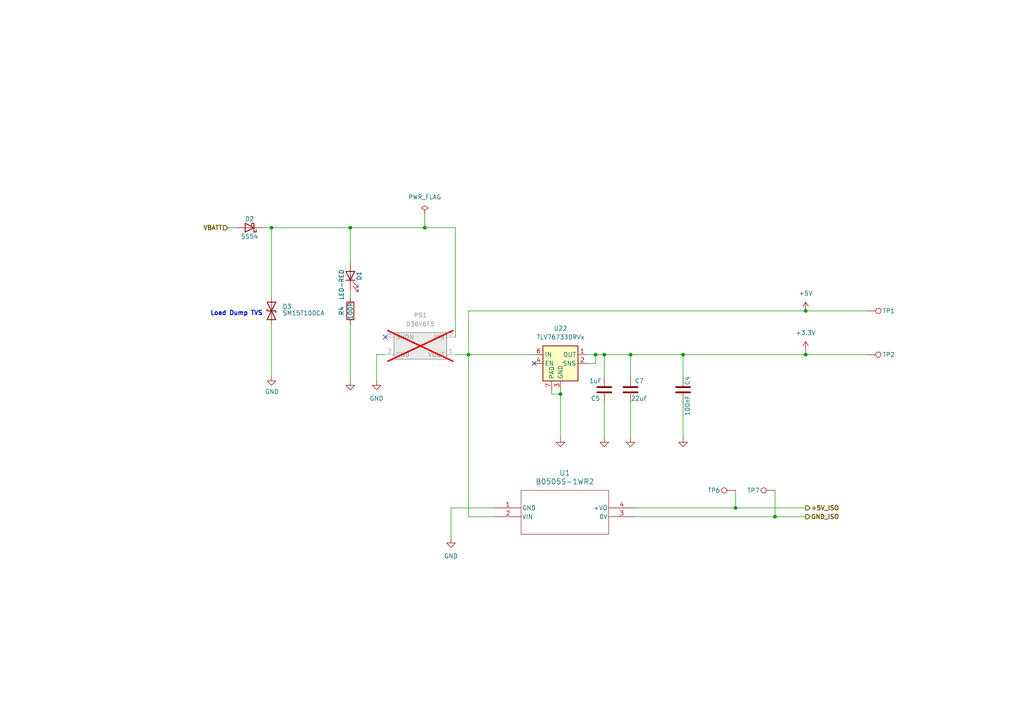
<source format=kicad_sch>
(kicad_sch (version 20231120) (generator "eeschema") (generator_version "8.0")
  (paper "A4")
  (lib_symbols
    (symbol "Connector:TestPoint" (pin_numbers hide) (pin_names (offset 0.762) hide)
      (property "Reference" "TP" (at 0 6.858 0))
      (property "Value" "TestPoint" (at 0 5.08 0))
      (symbol "TestPoint_0_1"
        (circle (center 0 3.302) (radius 0.762))
      )
      (symbol "TestPoint_1_1"
        (pin passive line (at 0 0 90) (length 2.54) (name "1") (number "1"))
      )
    )
    (symbol "Device:C" (pin_numbers hide) (pin_names (offset 0.254))
      (property "Reference" "C" (at 0.635 2.54 0))
      (property "Value" "C" (at 0.635 -2.54 0))
      (symbol "C_0_1"
        (polyline (pts (xy -2.032 -0.762) (xy 2.032 -0.762)) (stroke (width 0.508)))
        (polyline (pts (xy -2.032 0.762) (xy 2.032 0.762)) (stroke (width 0.508)))
      )
      (symbol "C_1_1"
        (pin passive line (at 0 3.81 270) (length 2.794) (name "~") (number "1"))
        (pin passive line (at 0 -3.81 90) (length 2.794) (name "~") (number "2"))
      )
    )
    (symbol "Device:D_TVS" (pin_numbers hide) (pin_names (offset 1.016) hide)
      (property "Reference" "D" (at 0 2.54 0))
      (property "Value" "D_TVS" (at 0 -2.54 0))
      (symbol "D_TVS_0_1"
        (polyline (pts (xy 1.27 0) (xy -1.27 0)))
        (polyline (pts (xy 0.508 1.27) (xy 0 1.27) (xy 0 -1.27) (xy -0.508 -1.27)) (stroke (width 0.254)))
        (polyline (pts (xy -2.54 1.27) (xy -2.54 -1.27) (xy 2.54 1.27) (xy 2.54 -1.27) (xy -2.54 1.27)) (stroke (width 0.254)))
      )
      (symbol "D_TVS_1_1"
        (pin passive line (at -3.81 0 0) (length 2.54) (name "A1") (number "1"))
        (pin passive line (at 3.81 0 180) (length 2.54) (name "A2") (number "2"))
      )
    )
    (symbol "Device:LED" (pin_numbers hide) (pin_names (offset 1.016) hide)
      (property "Reference" "D" (at 0 2.54 0))
      (property "Value" "LED" (at 0 -2.54 0))
      (symbol "LED_0_1"
        (polyline (pts (xy -1.27 -1.27) (xy -1.27 1.27)) (stroke (width 0.254)))
        (polyline (pts (xy -1.27 0) (xy 1.27 0)))
        (polyline (pts (xy 1.27 -1.27) (xy 1.27 1.27) (xy -1.27 0) (xy 1.27 -1.27)) (stroke (width 0.254)))
        (polyline (pts (xy -3.048 -0.762) (xy -4.572 -2.286) (xy -3.81 -2.286) (xy -4.572 -2.286) (xy -4.572 -1.524)))
        (polyline (pts (xy -1.778 -0.762) (xy -3.302 -2.286) (xy -2.54 -2.286) (xy -3.302 -2.286) (xy -3.302 -1.524)))
      )
      (symbol "LED_1_1"
        (pin passive line (at -3.81 0 0) (length 2.54) (name "K") (number "1"))
        (pin passive line (at 3.81 0 180) (length 2.54) (name "A") (number "2"))
      )
    )
    (symbol "Device:R" (pin_numbers hide) (pin_names (offset 0))
      (property "Reference" "R" (at 2.032 0 90))
      (property "Value" "R" (at 0 0 90))
      (symbol "R_0_1"
        (rectangle (start -1.016 -2.54) (end 1.016 2.54) (stroke (width 0.254)))
      )
      (symbol "R_1_1"
        (pin passive line (at 0 3.81 270) (length 1.27) (name "~") (number "1"))
        (pin passive line (at 0 -3.81 90) (length 1.27) (name "~") (number "2"))
      )
    )
    (symbol "Diode:B340" (pin_numbers hide) (pin_names (offset 1.016) hide)
      (property "Reference" "D" (at 0 2.54 0))
      (property "Value" "B340" (at 0 -2.54 0))
      (symbol "B340_0_1"
        (polyline (pts (xy 1.27 0) (xy -1.27 0)))
        (polyline (pts (xy 1.27 1.27) (xy 1.27 -1.27) (xy -1.27 0) (xy 1.27 1.27)) (stroke (width 0.254)))
        (polyline (pts (xy -1.905 0.635) (xy -1.905 1.27) (xy -1.27 1.27) (xy -1.27 -1.27) (xy -0.635 -1.27) (xy -0.635 -0.635)) (stroke (width 0.254)))
      )
      (symbol "B340_1_1"
        (pin passive line (at -3.81 0 0) (length 2.54) (name "K") (number "1"))
        (pin passive line (at 3.81 0 180) (length 2.54) (name "A") (number "2"))
      )
    )
    (symbol "Regulator_Linear:TLV76733DRVx"
      (property "Reference" "U" (at 0 8.89 0))
      (property "Value" "TLV76733DRVx" (at 0 6.35 0))
      (symbol "TLV76733DRVx_0_1"
        (rectangle (start -5.08 -5.08) (end 5.08 5.08) (stroke (width 0.254)) (fill (type background)))
      )
      (symbol "TLV76733DRVx_1_1"
        (pin power_out line (at 7.62 2.54 180) (length 2.54) (name "OUT") (number "1"))
        (pin input line (at 7.62 0 180) (length 2.54) (name "SNS") (number "2"))
        (pin power_in line (at 0 -7.62 90) (length 2.54) (name "GND") (number "3"))
        (pin input line (at -7.62 0 0) (length 2.54) (name "EN") (number "4"))
        (pin passive line (at 0 -7.62 90) (length 2.54) hide (name "GND") (number "5"))
        (pin power_in line (at -7.62 2.54 0) (length 2.54) (name "IN") (number "6"))
        (pin passive line (at -2.54 -7.62 90) (length 2.54) (name "PAD") (number "7"))
      )
    )
    (symbol "dnt:B0505S-1WR2" (pin_names (offset 0.254))
      (property "Reference" "U" (at 20.32 10.16 0))
      (property "Value" "B0505S-1WR2" (at 20.32 7.62 0))
      (symbol "B0505S-1WR2_0_1"
        (polyline (pts (xy 7.62 -7.62) (xy 33.02 -7.62)) (stroke (width 0.127)))
        (polyline (pts (xy 7.62 5.08) (xy 7.62 -7.62)) (stroke (width 0.127)))
        (polyline (pts (xy 33.02 -7.62) (xy 33.02 5.08)) (stroke (width 0.127)))
        (polyline (pts (xy 33.02 5.08) (xy 7.62 5.08)) (stroke (width 0.127)))
        (pin power_in line (at 0 -2.54 0) (length 7.62) (name "VIN") (number "2"))
      )
      (symbol "B0505S-1WR2_1_1"
        (pin power_in line (at 0 0 0) (length 7.62) (name "GND") (number "1"))
        (pin power_out line (at 40.64 -2.54 180) (length 7.62) (name "0V") (number "3"))
        (pin power_out line (at 40.64 0 180) (length 7.62) (name "+VO") (number "4"))
      )
    )
    (symbol "dnt:D36V6F5"
      (property "Reference" "PS" (at 0 5.08 0))
      (property "Value" "D36V6F5" (at 0 -5.08 0))
      (symbol "D36V6F5_0_1"
        (rectangle (start -7.62 3.81) (end 7.62 -3.81) (stroke (width 0.254)) (fill (type background)))
      )
      (symbol "D36V6F5_1_1"
        (pin power_out line (at 10.16 -2.54 180) (length 2.54) (name "VOUT") (number "1"))
        (pin power_in line (at -10.16 -2.54 0) (length 2.54) (name "GND") (number "2"))
        (pin power_in line (at 10.16 2.54 180) (length 2.54) (name "VIN") (number "3"))
        (pin input line (at -10.16 2.54 0) (length 2.54) (name "SHDN") (number "4"))
      )
    )
    (symbol "l8-kicad-rescue:GND-power" (power) (pin_names (offset 0))
      (property "Value" "power_GND" (at 0 -3.81 0))
      (symbol "GND-power_0_1"
        (polyline (pts (xy 0 0) (xy 0 -1.27) (xy 1.27 -1.27) (xy 0 -2.54) (xy -1.27 -1.27) (xy 0 -1.27)))
      )
      (symbol "GND-power_1_1"
        (pin power_in line (at 0 0 270) (length 0) hide (name "GND") (number "1"))
      )
    )
    (symbol "l8-kicad-rescue:PWR_FLAG-power" (power) (pin_numbers hide) (pin_names (offset 0) hide)
      (property "Value" "power_PWR_FLAG" (at 0 3.81 0))
      (symbol "PWR_FLAG-power_0_0"
        (pin power_out line (at 0 0 90) (length 0) (name "pwr") (number "1"))
      )
      (symbol "PWR_FLAG-power_0_1"
        (polyline (pts (xy 0 0) (xy 0 1.27) (xy -1.016 1.905) (xy 0 2.54) (xy 1.016 1.905) (xy 0 1.27)))
      )
    )
    (symbol "power:+3.3V" (power) (pin_numbers hide) (pin_names (offset 0) hide)
      (property "Value" "+3.3V" (at 0 3.556 0))
      (symbol "+3.3V_0_1"
        (polyline (pts (xy -0.762 1.27) (xy 0 2.54)))
        (polyline (pts (xy 0 0) (xy 0 2.54)))
        (polyline (pts (xy 0 2.54) (xy 0.762 1.27)))
      )
      (symbol "+3.3V_1_1"
        (pin power_in line (at 0 0 90) (length 0) (name "~") (number "1"))
      )
    )
    (symbol "power:+5V" (power) (pin_numbers hide) (pin_names (offset 0) hide)
      (property "Value" "+5V" (at 0 3.556 0))
      (symbol "+5V_0_1"
        (polyline (pts (xy -0.762 1.27) (xy 0 2.54)))
        (polyline (pts (xy 0 0) (xy 0 2.54)))
        (polyline (pts (xy 0 2.54) (xy 0.762 1.27)))
      )
      (symbol "+5V_1_1"
        (pin power_in line (at 0 0 90) (length 0) (name "~") (number "1"))
      )
    )
  )
  (junction (at 182.88 102.87))
  (junction (at 233.68 102.87))
  (junction (at 162.56 114.3))
  (junction (at 198.12 102.87))
  (junction (at 101.6 66.04))
  (junction (at 213.36 147.32))
  (junction (at 78.74 66.04))
  (junction (at 224.79 149.86))
  (junction (at 233.68 90.17))
  (junction (at 175.26 102.87))
  (junction (at 135.89 102.87))
  (junction (at 172.72 102.87))
  (junction (at 123.19 66.04))
  (no_connect (at 111.76 97.79))
  (no_connect (at 154.94 105.41))
  (wire (pts (xy 132.08 66.04) (xy 132.08 97.79)))
  (wire (pts (xy 184.15 149.86) (xy 224.79 149.86)))
  (wire (pts (xy 135.89 102.87) (xy 135.89 149.86)))
  (wire (pts (xy 175.26 102.87) (xy 182.88 102.87)))
  (wire (pts (xy 175.26 116.84) (xy 175.26 127)))
  (wire (pts (xy 170.18 102.87) (xy 172.72 102.87)))
  (wire (pts (xy 182.88 116.84) (xy 182.88 127)))
  (wire (pts (xy 130.81 156.21) (xy 130.81 147.32)))
  (wire (pts (xy 233.68 90.17) (xy 251.46 90.17)))
  (wire (pts (xy 101.6 66.04) (xy 123.19 66.04)))
  (wire (pts (xy 101.6 83.82) (xy 101.6 86.36)))
  (wire (pts (xy 135.89 149.86) (xy 143.51 149.86)))
  (wire (pts (xy 198.12 109.22) (xy 198.12 102.87)))
  (wire (pts (xy 78.74 66.04) (xy 78.74 86.36)))
  (wire (pts (xy 213.36 147.32) (xy 233.68 147.32)))
  (wire (pts (xy 66.04 66.04) (xy 68.58 66.04)))
  (wire (pts (xy 198.12 127) (xy 198.12 116.84)))
  (wire (pts (xy 224.79 142.24) (xy 224.79 149.86)))
  (wire (pts (xy 198.12 102.87) (xy 233.68 102.87)))
  (wire (pts (xy 111.76 102.87) (xy 109.22 102.87)))
  (wire (pts (xy 109.22 102.87) (xy 109.22 110.49)))
  (wire (pts (xy 172.72 102.87) (xy 175.26 102.87)))
  (wire (pts (xy 135.89 90.17) (xy 135.89 102.87)))
  (wire (pts (xy 213.36 142.24) (xy 213.36 147.32)))
  (wire (pts (xy 182.88 102.87) (xy 198.12 102.87)))
  (wire (pts (xy 233.68 90.17) (xy 135.89 90.17)))
  (wire (pts (xy 251.46 102.87) (xy 233.68 102.87)))
  (wire (pts (xy 170.18 105.41) (xy 172.72 105.41)))
  (wire (pts (xy 123.19 62.23) (xy 123.19 66.04)))
  (wire (pts (xy 162.56 114.3) (xy 162.56 127)))
  (wire (pts (xy 135.89 102.87) (xy 132.08 102.87)))
  (wire (pts (xy 76.2 66.04) (xy 78.74 66.04)))
  (wire (pts (xy 123.19 66.04) (xy 132.08 66.04)))
  (wire (pts (xy 172.72 105.41) (xy 172.72 102.87)))
  (wire (pts (xy 160.02 114.3) (xy 162.56 114.3)))
  (wire (pts (xy 184.15 147.32) (xy 213.36 147.32)))
  (wire (pts (xy 101.6 76.2) (xy 101.6 66.04)))
  (wire (pts (xy 182.88 109.22) (xy 182.88 102.87)))
  (wire (pts (xy 78.74 109.22) (xy 78.74 93.98)))
  (wire (pts (xy 162.56 113.03) (xy 162.56 114.3)))
  (wire (pts (xy 233.68 101.6) (xy 233.68 102.87)))
  (wire (pts (xy 130.81 147.32) (xy 143.51 147.32)))
  (wire (pts (xy 224.79 149.86) (xy 233.68 149.86)))
  (wire (pts (xy 78.74 66.04) (xy 101.6 66.04)))
  (wire (pts (xy 135.89 102.87) (xy 154.94 102.87)))
  (wire (pts (xy 160.02 113.03) (xy 160.02 114.3)))
  (wire (pts (xy 101.6 93.98) (xy 101.6 110.49)))
  (wire (pts (xy 175.26 102.87) (xy 175.26 109.22)))
  (text "Load Dump TVS\n\n" (at 60.96 93.726 0) (effects (font (size 1.27 1.27) (thickness 0.254) (bold yes)) (justify left bottom)))
  (hierarchical_label "+5V_ISO" (shape output) (at 233.68 147.32 0) (effects (font (bold yes))))
  (hierarchical_label "GND_ISO" (shape output) (at 233.68 149.86 0) (effects (font (bold yes))))
  (hierarchical_label "VBATT" (shape input) (at 66.04 66.04 180) (effects (font (bold yes))))
  (symbol (lib_id "power:+5V") (at 233.68 90.17 0) (unit 1)
    (property "Reference" "#PWR031" (effects (hide yes)))
    (property "Value" "+5V" (at 233.68 85.09 0))
    (property "Description" "Power symbol creates a global label with name \"+5V\"" (effects (hide yes)))
  )
  (symbol (lib_id "Connector:TestPoint") (at 213.36 142.24 90) (unit 1) (in_bom no)
    (property "Reference" "TP6" (at 208.915 142.24 90) (effects (justify left)))
    (property "Value" "5V ISO" (effects (hide yes)))
    (property "Footprint" "dnt:TestPoint_Pad_D1.0mm FP .6R" (effects (hide yes)))
    (property "Description" "5V ISO" (effects (hide yes)))
    (property "Part #" "DNP" (effects (hide yes)))
    (property "VEND" "DNP" (effects (hide yes)))
    (property "VEND#" "DNP" (effects (hide yes)))
    (property "Manufacturer" "DNP" (effects (hide yes)))
  )
  (symbol (lib_id "Diode:B340") (at 72.39 66.04 180) (unit 1)
    (property "Reference" "D2" (at 72.39 63.5 0))
    (property "Value" "SS54" (at 72.39 68.58 0))
    (property "Footprint" "Diode_SMD:D_SMA" (effects (hide yes)))
    (property "Datasheet" "https://wmsc.lcsc.com/wmsc/upload/file/pdf/v2/lcsc/2303141100_MDD-Microdiode-Electronics-SS54_C22452.pdf" (effects (hide yes)))
    (property "Description" " 40V 550mV@5A 5A SMA(DO-214AC) Schottky Barrier Diodes (SBD) ROHS" (effects (hide yes)))
    (property "LCSC" "C22452" (effects (hide yes)))
    (property "Silkscreen" "X" (effects (hide yes)))
  )
  (symbol (lib_id "l8-kicad-rescue:GND-power") (at 182.88 127 0) (unit 1)
    (property "Reference" "#PWR015" (effects (hide yes)))
    (property "Value" "GND" (effects (hide yes)))
    (property "Description" "Power symbol creates a global label with name \"GND\" , ground" (effects (hide yes)))
  )
  (symbol (lib_id "l8-kicad-rescue:GND-power") (at 101.6 110.49 0) (unit 1)
    (property "Reference" "#PWR016" (effects (hide yes)))
    (property "Value" "GND" (effects (hide yes)))
    (property "Description" "Power symbol creates a global label with name \"GND\" , ground" (effects (hide yes)))
  )
  (symbol (lib_id "Connector:TestPoint") (at 224.79 142.24 90) (unit 1) (in_bom no)
    (property "Reference" "TP7" (at 220.345 142.24 90) (effects (justify left)))
    (property "Value" "GND ISO" (effects (hide yes)))
    (property "Footprint" "dnt:TestPoint_Pad_D1.0mm FP .6R" (effects (hide yes)))
    (property "Description" "GND ISO" (effects (hide yes)))
    (property "Part #" "DNP" (effects (hide yes)))
    (property "VEND" "DNP" (effects (hide yes)))
    (property "VEND#" "DNP" (effects (hide yes)))
    (property "Manufacturer" "DNP" (effects (hide yes)))
  )
  (symbol (lib_id "Device:R") (at 101.6 90.17 180) (unit 1)
    (property "Reference" "R4" (at 99.06 90.17 90))
    (property "Value" "100R" (at 101.6 90.17 90))
    (property "Footprint" "Resistor_SMD:R_0603_1608Metric" (effects (hide yes)))
    (property "Description" "Resistor" (effects (hide yes)))
    (property "LCSC" "C22775" (effects (hide yes)))
  )
  (symbol (lib_id "Device:C") (at 198.12 113.03 0) (unit 1)
    (property "Reference" "C4" (at 199.39 111.76 90) (effects (justify left)))
    (property "Value" "100nF" (at 199.39 120.65 90) (effects (justify left)))
    (property "Footprint" "Capacitor_SMD:C_0603_1608Metric" (effects (hide yes)))
    (property "Description" "Unpolarized capacitor X7R" (effects (hide yes)))
  )
  (symbol (lib_id "l8-kicad-rescue:GND-power") (at 78.74 109.22 0) (unit 1)
    (property "Reference" "#PWR02" (effects (hide yes)))
    (property "Value" "GND" (at 78.867 113.6142 0))
    (property "Description" "Power symbol creates a global label with name \"GND\" , ground" (effects (hide yes)))
  )
  (symbol (lib_id "Device:D_TVS") (at 78.74 90.17 270) (unit 1)
    (property "Reference" "D3" (at 81.915 88.9 90) (effects (justify left)))
    (property "Value" "SM15T100CA" (at 81.915 90.805 90) (effects (justify left)))
    (property "Footprint" "Diode_SMD:D_SMC" (effects (hide yes)))
    (property "Description" "Bidirectional transient-voltage-suppression diode" (effects (hide yes)))
    (property "LCSC" "C1975873" (effects (hide yes)))
  )
  (symbol (lib_id "Connector:TestPoint") (at 251.46 90.17 270) (unit 1) (in_bom no)
    (property "Reference" "TP1" (at 255.905 90.17 90) (effects (justify left)))
    (property "Value" "5V" (effects (hide yes)))
    (property "Footprint" "dnt:TestPoint_Pad_D1.0mm FP .6R" (effects (hide yes)))
    (property "Description" "+5V" (effects (hide yes)))
    (property "Part #" "DNP" (effects (hide yes)))
    (property "VEND" "DNP" (effects (hide yes)))
    (property "VEND#" "DNP" (effects (hide yes)))
    (property "Manufacturer" "DNP" (effects (hide yes)))
  )
  (symbol (lib_id "power:+3.3V") (at 233.68 101.6 0) (unit 1)
    (property "Reference" "#PWR032" (effects (hide yes)))
    (property "Value" "+3.3V" (at 233.68 96.52 0))
    (property "Description" "Power symbol creates a global label with name \"+3.3V\"" (effects (hide yes)))
  )
  (symbol (lib_id "l8-kicad-rescue:PWR_FLAG-power") (at 123.19 62.23 0) (unit 1)
    (property "Reference" "#FLG04" (effects (hide yes)))
    (property "Value" "PWR_FLAG" (at 123.19 57.15 0))
    (property "Description" "Special symbol for telling ERC where power comes from" (effects (hide yes)))
  )
  (symbol (lib_id "Device:LED") (at 101.6 80.01 90) (unit 1)
    (property "Reference" "D1" (at 104.14 80.01 0))
    (property "Value" "LED-RED" (at 99.06 82.55 0))
    (property "Footprint" "LED_SMD:LED_0603_1608Metric" (effects (hide yes)))
    (property "Datasheet" "~" (at 101.6 80.01 0) (effects (font (size 1.524 1.524))))
    (property "Description" "Light emitting diode" (effects (hide yes)))
    (property "LCSC" "C2286" (effects (hide yes)))
  )
  (symbol (lib_id "Connector:TestPoint") (at 251.46 102.87 270) (unit 1) (in_bom no)
    (property "Reference" "TP2" (at 255.905 102.87 90) (effects (justify left)))
    (property "Value" "+3.3V" (effects (hide yes)))
    (property "Footprint" "dnt:TestPoint_Pad_D1.0mm FP .6R" (effects (hide yes)))
    (property "Description" "+3.3V" (effects (hide yes)))
    (property "Part #" "DNP" (effects (hide yes)))
    (property "VEND" "DNP" (effects (hide yes)))
    (property "VEND#" "DNP" (effects (hide yes)))
    (property "Manufacturer" "DNP" (effects (hide yes)))
  )
  (symbol (lib_id "l8-kicad-rescue:GND-power") (at 109.22 110.49 0) (unit 1)
    (property "Reference" "#PWR019" (effects (hide yes)))
    (property "Value" "GND" (at 109.22 115.57 0))
    (property "Description" "Power symbol creates a global label with name \"GND\" , ground" (effects (hide yes)))
  )
  (symbol (lib_id "l8-kicad-rescue:GND-power") (at 162.56 127 0) (unit 1)
    (property "Reference" "#PWR011" (effects (hide yes)))
    (property "Value" "GND" (effects (hide yes)))
    (property "Description" "Power symbol creates a global label with name \"GND\" , ground" (effects (hide yes)))
  )
  (symbol (lib_id "l8-kicad-rescue:GND-power") (at 175.26 127 0) (unit 1)
    (property "Reference" "#PWR012" (effects (hide yes)))
    (property "Value" "GND" (effects (hide yes)))
    (property "Description" "Power symbol creates a global label with name \"GND\" , ground" (effects (hide yes)))
  )
  (symbol (lib_id "dnt:D36V6F5") (at 121.92 100.33 0) (unit 1) (dnp yes)
    (property "Reference" "PS1" (at 121.92 91.44 0))
    (property "Value" "D36V6F5" (at 121.92 93.98 0))
    (property "Footprint" "Connector_PinHeader_2.54mm:PinHeader_1x04_P2.54mm_Vertical" (effects (hide yes)))
    (property "Description" "5V PS" (effects (hide yes)))
  )
  (symbol (lib_id "Device:C") (at 175.26 113.03 180) (unit 1)
    (property "Reference" "C5" (at 172.72 115.57 0))
    (property "Value" "1uF" (at 172.72 110.49 0))
    (property "Footprint" "Capacitor_SMD:C_0603_1608Metric" (effects (hide yes)))
    (property "Description" "Unpolarized capacitor" (effects (hide yes)))
    (property "Part #" "UMK107BJ105KA-T" (effects (hide yes)))
    (property "VEND" "DIGI" (effects (hide yes)))
    (property "VEND#" "587-2400-1-ND" (effects (hide yes)))
    (property "Manufacturer" "Taiyo Yuden" (effects (hide yes)))
    (property "LCSC" "C15849" (effects (hide yes)))
  )
  (symbol (lib_id "Device:C") (at 182.88 113.03 0) (unit 1)
    (property "Reference" "C7" (at 185.42 110.49 0))
    (property "Value" "22uF" (at 185.42 115.57 0))
    (property "Footprint" "Capacitor_SMD:C_0805_2012Metric" (effects (hide yes)))
    (property "Description" "Unpolarized capacitor" (effects (hide yes)))
    (property "LCSC" " C45783" (effects (hide yes)))
    (property "Voltage" "25V" (effects (hide yes)))
  )
  (symbol (lib_id "dnt:B0505S-1WR2") (at 143.51 147.32 0) (unit 1)
    (property "Reference" "U1" (at 163.83 137.16 0) (effects (font (size 1.524 1.524))))
    (property "Value" "B0505S-1WR2" (at 163.83 139.7 0) (effects (font (size 1.524 1.524))))
    (property "Footprint" "dnt:B0505S-1WR2_MNS" (effects (hide yes)))
    (property "Datasheet" "B0505S-1WR2" (effects (hide yes)))
  )
  (symbol (lib_id "Regulator_Linear:TLV76733DRVx") (at 162.56 105.41 0) (unit 1)
    (property "Reference" "U22" (at 162.56 95.25 0))
    (property "Value" "TLV76733DRVx" (at 162.56 97.79 0))
    (property "Footprint" "Package_SON:WSON-6-1EP_2x2mm_P0.65mm_EP1x1.6mm_ThermalVias" (effects (hide yes)))
    (property "Datasheet" "www.ti.com/lit/gpn/TLV767" (effects (hide yes)))
    (property "Description" "1A Precision Linear Voltage Regulator, with enable pin, Fixed Output 3.3V, WSON6" (effects (hide yes)))
    (property "LCSC" "C2848334" (effects (hide yes)))
  )
  (symbol (lib_id "l8-kicad-rescue:GND-power") (at 198.12 127 0) (unit 1)
    (property "Reference" "#PWR014" (effects (hide yes)))
    (property "Value" "GND" (effects (hide yes)))
    (property "Description" "Power symbol creates a global label with name \"GND\" , ground" (effects (hide yes)))
  )
  (symbol (lib_id "l8-kicad-rescue:GND-power") (at 130.81 156.21 0) (unit 1)
    (property "Reference" "#PWR01" (effects (hide yes)))
    (property "Value" "GND" (at 130.81 161.29 0))
    (property "Description" "Power symbol creates a global label with name \"GND\" , ground" (effects (hide yes)))
  )
)
</source>
